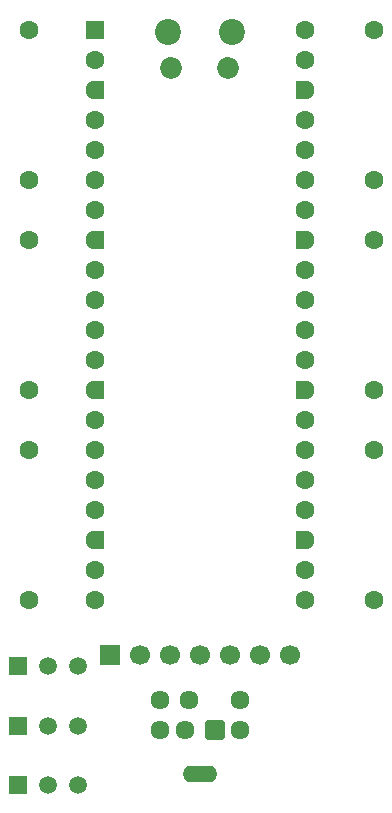
<source format=gbr>
%TF.GenerationSoftware,KiCad,Pcbnew,9.0.6*%
%TF.CreationDate,2025-11-18T00:54:51+10:00*%
%TF.ProjectId,PicoX68Key,5069636f-5836-4384-9b65-792e6b696361,rev?*%
%TF.SameCoordinates,Original*%
%TF.FileFunction,Soldermask,Bot*%
%TF.FilePolarity,Negative*%
%FSLAX46Y46*%
G04 Gerber Fmt 4.6, Leading zero omitted, Abs format (unit mm)*
G04 Created by KiCad (PCBNEW 9.0.6) date 2025-11-18 00:54:51*
%MOMM*%
%LPD*%
G01*
G04 APERTURE LIST*
G04 Aperture macros list*
%AMRoundRect*
0 Rectangle with rounded corners*
0 $1 Rounding radius*
0 $2 $3 $4 $5 $6 $7 $8 $9 X,Y pos of 4 corners*
0 Add a 4 corners polygon primitive as box body*
4,1,4,$2,$3,$4,$5,$6,$7,$8,$9,$2,$3,0*
0 Add four circle primitives for the rounded corners*
1,1,$1+$1,$2,$3*
1,1,$1+$1,$4,$5*
1,1,$1+$1,$6,$7*
1,1,$1+$1,$8,$9*
0 Add four rect primitives between the rounded corners*
20,1,$1+$1,$2,$3,$4,$5,0*
20,1,$1+$1,$4,$5,$6,$7,0*
20,1,$1+$1,$6,$7,$8,$9,0*
20,1,$1+$1,$8,$9,$2,$3,0*%
%AMFreePoly0*
4,1,37,0.603843,0.796157,0.639018,0.796157,0.711114,0.766294,0.766294,0.711114,0.796157,0.639018,0.796157,0.603843,0.800000,0.600000,0.800000,-0.600000,0.796157,-0.603843,0.796157,-0.639018,0.766294,-0.711114,0.711114,-0.766294,0.639018,-0.796157,0.603843,-0.796157,0.600000,-0.800000,0.000000,-0.800000,0.000000,-0.796148,-0.078414,-0.796148,-0.232228,-0.765552,-0.377117,-0.705537,
-0.507515,-0.618408,-0.618408,-0.507515,-0.705537,-0.377117,-0.765552,-0.232228,-0.796148,-0.078414,-0.796148,0.078414,-0.765552,0.232228,-0.705537,0.377117,-0.618408,0.507515,-0.507515,0.618408,-0.377117,0.705537,-0.232228,0.765552,-0.078414,0.796148,0.000000,0.796148,0.000000,0.800000,0.600000,0.800000,0.603843,0.796157,0.603843,0.796157,$1*%
%AMFreePoly1*
4,1,37,0.000000,0.796148,0.078414,0.796148,0.232228,0.765552,0.377117,0.705537,0.507515,0.618408,0.618408,0.507515,0.705537,0.377117,0.765552,0.232228,0.796148,0.078414,0.796148,-0.078414,0.765552,-0.232228,0.705537,-0.377117,0.618408,-0.507515,0.507515,-0.618408,0.377117,-0.705537,0.232228,-0.765552,0.078414,-0.796148,0.000000,-0.796148,0.000000,-0.800000,-0.600000,-0.800000,
-0.603843,-0.796157,-0.639018,-0.796157,-0.711114,-0.766294,-0.766294,-0.711114,-0.796157,-0.639018,-0.796157,-0.603843,-0.800000,-0.600000,-0.800000,0.600000,-0.796157,0.603843,-0.796157,0.639018,-0.766294,0.711114,-0.711114,0.766294,-0.639018,0.796157,-0.603843,0.796157,-0.600000,0.800000,0.000000,0.800000,0.000000,0.796148,0.000000,0.796148,$1*%
G04 Aperture macros list end*
%ADD10R,1.500000X1.500000*%
%ADD11C,1.500000*%
%ADD12C,1.600000*%
%ADD13C,2.200000*%
%ADD14C,1.850000*%
%ADD15RoundRect,0.200000X-0.600000X-0.600000X0.600000X-0.600000X0.600000X0.600000X-0.600000X0.600000X0*%
%ADD16FreePoly0,0.000000*%
%ADD17FreePoly1,0.000000*%
%ADD18R,1.700000X1.700000*%
%ADD19C,1.700000*%
%ADD20RoundRect,0.102000X-0.704000X-0.704000X0.704000X-0.704000X0.704000X0.704000X-0.704000X0.704000X0*%
%ADD21C,1.612000*%
%ADD22O,2.934000X1.434000*%
G04 APERTURE END LIST*
D10*
%TO.C,Q2*%
X68450000Y-141447000D03*
D11*
X70990000Y-141447000D03*
X73530000Y-141447000D03*
%TD*%
D12*
%TO.C,R3*%
X69342000Y-100330000D03*
X69342000Y-113030000D03*
%TD*%
%TO.C,R2*%
X98552000Y-82550000D03*
X98552000Y-95250000D03*
%TD*%
%TO.C,R5*%
X69342000Y-118110000D03*
X69342000Y-130810000D03*
%TD*%
%TO.C,R1*%
X69342000Y-82550000D03*
X69342000Y-95250000D03*
%TD*%
D13*
%TO.C,U1*%
X81095000Y-82680000D03*
D14*
X81395000Y-85710000D03*
X86245000Y-85710000D03*
D13*
X86545000Y-82680000D03*
D15*
X74930000Y-82550000D03*
D12*
X74930000Y-85090000D03*
D16*
X74930000Y-87630000D03*
D12*
X74930000Y-90170000D03*
X74930000Y-92710000D03*
X74930000Y-95250000D03*
X74930000Y-97790000D03*
D16*
X74930000Y-100330000D03*
D12*
X74930000Y-102870000D03*
X74930000Y-105410000D03*
X74930000Y-107950000D03*
X74930000Y-110490000D03*
D16*
X74930000Y-113030000D03*
D12*
X74930000Y-115570000D03*
X74930000Y-118110000D03*
X74930000Y-120650000D03*
X74930000Y-123190000D03*
D16*
X74930000Y-125730000D03*
D12*
X74930000Y-128270000D03*
X74930000Y-130810000D03*
X92710000Y-130810000D03*
X92710000Y-128270000D03*
D17*
X92710000Y-125730000D03*
D12*
X92710000Y-123190000D03*
X92710000Y-120650000D03*
X92710000Y-118110000D03*
X92710000Y-115570000D03*
D17*
X92710000Y-113030000D03*
D12*
X92710000Y-110490000D03*
X92710000Y-107950000D03*
X92710000Y-105410000D03*
X92710000Y-102870000D03*
D17*
X92710000Y-100330000D03*
D12*
X92710000Y-97790000D03*
X92710000Y-95250000D03*
X92710000Y-92710000D03*
X92710000Y-90170000D03*
D17*
X92710000Y-87630000D03*
D12*
X92710000Y-85090000D03*
X92710000Y-82550000D03*
%TD*%
D10*
%TO.C,Q3*%
X68450000Y-146421000D03*
D11*
X70990000Y-146421000D03*
X73530000Y-146421000D03*
%TD*%
D18*
%TO.C,J1*%
X76200000Y-135475000D03*
D19*
X78740000Y-135475000D03*
X81280000Y-135475000D03*
X83820000Y-135475000D03*
X86360000Y-135475000D03*
X88900000Y-135475000D03*
X91440000Y-135475000D03*
%TD*%
D12*
%TO.C,R6*%
X98552000Y-118110000D03*
X98552000Y-130810000D03*
%TD*%
%TO.C,R4*%
X98552000Y-100330000D03*
X98552000Y-113030000D03*
%TD*%
D20*
%TO.C,J2*%
X85150000Y-141750000D03*
D21*
X82550000Y-141750000D03*
X87250000Y-141750000D03*
X80450000Y-141750000D03*
X87250000Y-139250000D03*
X82950000Y-139250000D03*
X80450000Y-139250000D03*
D22*
X83850000Y-145550000D03*
%TD*%
D10*
%TO.C,Q1*%
X68450000Y-136350000D03*
D11*
X70990000Y-136350000D03*
X73530000Y-136350000D03*
%TD*%
M02*

</source>
